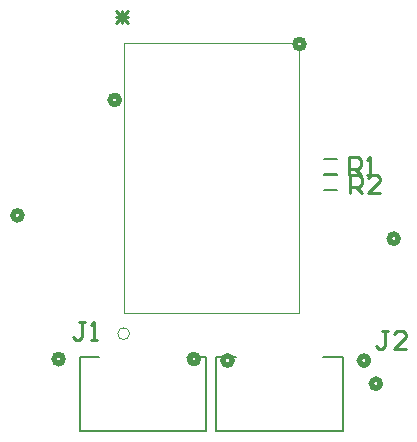
<source format=gto>
G04*
G04 #@! TF.GenerationSoftware,Altium Limited,Altium Designer,21.6.4 (81)*
G04*
G04 Layer_Color=65535*
%FSLAX44Y44*%
%MOMM*%
G71*
G04*
G04 #@! TF.SameCoordinates,0AF61676-ECA7-40E5-9188-409EB156610F*
G04*
G04*
G04 #@! TF.FilePolarity,Positive*
G04*
G01*
G75*
%ADD10C,0.0800*%
%ADD11C,0.5080*%
%ADD12C,0.2000*%
%ADD13C,0.1524*%
%ADD14C,0.2540*%
D10*
X732800Y1196220D02*
G03*
X732800Y1196220I-5000J0D01*
G01*
X727800Y1214120D02*
X876300D01*
X727800D02*
Y1442720D01*
X876300Y1214120D02*
Y1438820D01*
X727800Y1442720D02*
X872400D01*
D11*
X880491Y1441450D02*
G03*
X880491Y1441450I-3810J0D01*
G01*
X724091Y1394152D02*
G03*
X724091Y1394152I-3810J0D01*
G01*
X641699Y1296433D02*
G03*
X641699Y1296433I-3810J0D01*
G01*
X935101Y1173480D02*
G03*
X935101Y1173480I-3810J0D01*
G01*
X819531Y1173480D02*
G03*
X819531Y1173480I-3810J0D01*
G01*
X960311Y1276658D02*
G03*
X960311Y1276658I-3810J0D01*
G01*
X945164Y1153865D02*
G03*
X945164Y1153865I-3810J0D01*
G01*
X676529Y1174750D02*
G03*
X676529Y1174750I-3810J0D01*
G01*
X791069D02*
G03*
X791069Y1174750I-3810J0D01*
G01*
D12*
X897390Y1330310D02*
X908390D01*
X897390Y1344310D02*
X908390D01*
X897470Y1331610D02*
X908470D01*
X897470Y1317610D02*
X908470D01*
D13*
X913511Y1114220D02*
Y1176704D01*
X806069Y1114220D02*
X913511D01*
X806069D02*
Y1176704D01*
X896674D02*
X913511D01*
X806069D02*
X822907D01*
X690499Y1176704D02*
X707337D01*
X781103D02*
X797941D01*
X690499Y1114220D02*
Y1176704D01*
Y1114220D02*
X797941D01*
Y1176704D01*
D14*
X721614Y1469132D02*
X731771Y1458975D01*
X721614D02*
X731771Y1469132D01*
X721614Y1464053D02*
X731771D01*
X726692Y1458975D02*
Y1469132D01*
X919404Y1315723D02*
Y1330957D01*
X927022D01*
X929561Y1328418D01*
Y1323340D01*
X927022Y1320801D01*
X919404D01*
X924483D02*
X929561Y1315723D01*
X944796D02*
X934639D01*
X944796Y1325879D01*
Y1328418D01*
X942257Y1330957D01*
X937179D01*
X934639Y1328418D01*
X918213Y1330963D02*
Y1346198D01*
X925831D01*
X928370Y1343658D01*
Y1338580D01*
X925831Y1336041D01*
X918213D01*
X923292D02*
X928370Y1330963D01*
X933448D02*
X938527D01*
X935988D01*
Y1346198D01*
X933448Y1343658D01*
X951231Y1198877D02*
X946152D01*
X948692D01*
Y1186182D01*
X946152Y1183643D01*
X943613D01*
X941074Y1186182D01*
X966466Y1183643D02*
X956309D01*
X966466Y1193799D01*
Y1196338D01*
X963927Y1198877D01*
X958848D01*
X956309Y1196338D01*
X694690Y1206497D02*
X689612D01*
X692151D01*
Y1193802D01*
X689612Y1191263D01*
X687073D01*
X684533Y1193802D01*
X699768Y1191263D02*
X704847D01*
X702308D01*
Y1206497D01*
X699768Y1203958D01*
M02*

</source>
